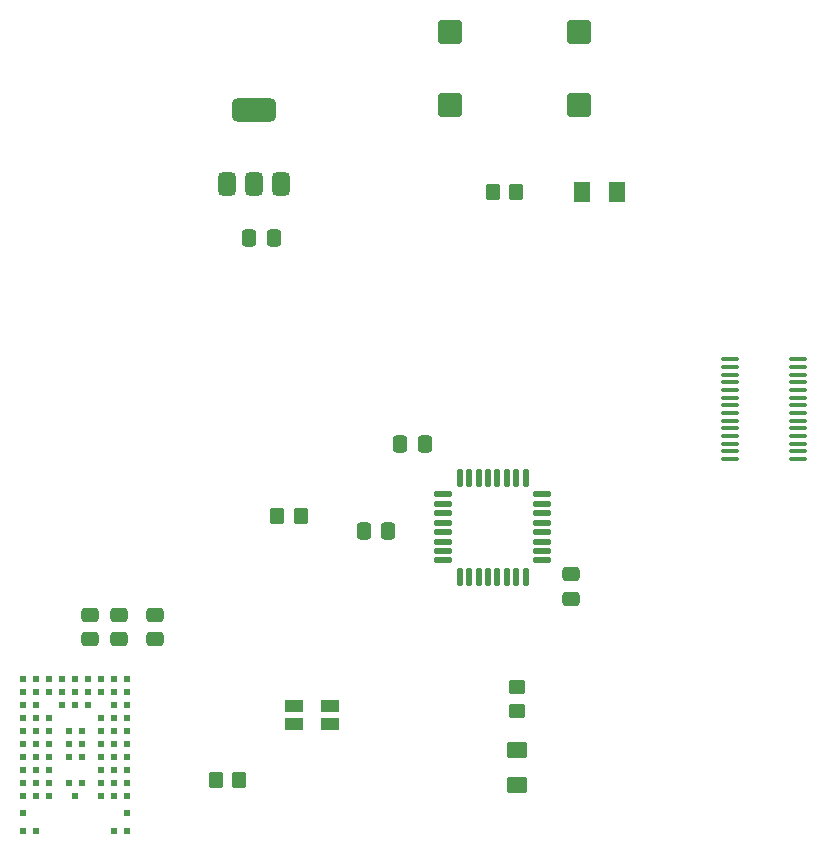
<source format=gbr>
%TF.GenerationSoftware,KiCad,Pcbnew,9.0.4*%
%TF.CreationDate,2025-10-22T08:48:54-05:00*%
%TF.ProjectId,MotorControl,4d6f746f-7243-46f6-9e74-726f6c2e6b69,rev?*%
%TF.SameCoordinates,Original*%
%TF.FileFunction,Paste,Top*%
%TF.FilePolarity,Positive*%
%FSLAX46Y46*%
G04 Gerber Fmt 4.6, Leading zero omitted, Abs format (unit mm)*
G04 Created by KiCad (PCBNEW 9.0.4) date 2025-10-22 08:48:54*
%MOMM*%
%LPD*%
G01*
G04 APERTURE LIST*
G04 Aperture macros list*
%AMRoundRect*
0 Rectangle with rounded corners*
0 $1 Rounding radius*
0 $2 $3 $4 $5 $6 $7 $8 $9 X,Y pos of 4 corners*
0 Add a 4 corners polygon primitive as box body*
4,1,4,$2,$3,$4,$5,$6,$7,$8,$9,$2,$3,0*
0 Add four circle primitives for the rounded corners*
1,1,$1+$1,$2,$3*
1,1,$1+$1,$4,$5*
1,1,$1+$1,$6,$7*
1,1,$1+$1,$8,$9*
0 Add four rect primitives between the rounded corners*
20,1,$1+$1,$2,$3,$4,$5,0*
20,1,$1+$1,$4,$5,$6,$7,0*
20,1,$1+$1,$6,$7,$8,$9,0*
20,1,$1+$1,$8,$9,$2,$3,0*%
G04 Aperture macros list end*
%ADD10RoundRect,0.250000X-0.475000X0.337500X-0.475000X-0.337500X0.475000X-0.337500X0.475000X0.337500X0*%
%ADD11RoundRect,0.250001X0.462499X0.624999X-0.462499X0.624999X-0.462499X-0.624999X0.462499X-0.624999X0*%
%ADD12R,1.500000X1.100000*%
%ADD13RoundRect,0.375000X0.375000X-0.625000X0.375000X0.625000X-0.375000X0.625000X-0.375000X-0.625000X0*%
%ADD14RoundRect,0.500000X1.400000X-0.500000X1.400000X0.500000X-1.400000X0.500000X-1.400000X-0.500000X0*%
%ADD15RoundRect,0.250000X0.337500X0.475000X-0.337500X0.475000X-0.337500X-0.475000X0.337500X-0.475000X0*%
%ADD16RoundRect,0.250000X0.750000X0.750000X-0.750000X0.750000X-0.750000X-0.750000X0.750000X-0.750000X0*%
%ADD17RoundRect,0.250000X0.475000X-0.337500X0.475000X0.337500X-0.475000X0.337500X-0.475000X-0.337500X0*%
%ADD18RoundRect,0.250001X0.624999X-0.462499X0.624999X0.462499X-0.624999X0.462499X-0.624999X-0.462499X0*%
%ADD19RoundRect,0.100000X0.637500X0.100000X-0.637500X0.100000X-0.637500X-0.100000X0.637500X-0.100000X0*%
%ADD20RoundRect,0.250000X0.450000X-0.350000X0.450000X0.350000X-0.450000X0.350000X-0.450000X-0.350000X0*%
%ADD21R,0.600000X0.600000*%
%ADD22RoundRect,0.250000X-0.350000X-0.450000X0.350000X-0.450000X0.350000X0.450000X-0.350000X0.450000X0*%
%ADD23RoundRect,0.250000X0.350000X0.450000X-0.350000X0.450000X-0.350000X-0.450000X0.350000X-0.450000X0*%
%ADD24RoundRect,0.250000X-0.337500X-0.475000X0.337500X-0.475000X0.337500X0.475000X-0.337500X0.475000X0*%
%ADD25RoundRect,0.125000X-0.625000X-0.125000X0.625000X-0.125000X0.625000X0.125000X-0.625000X0.125000X0*%
%ADD26RoundRect,0.125000X-0.125000X-0.625000X0.125000X-0.625000X0.125000X0.625000X-0.125000X0.625000X0*%
G04 APERTURE END LIST*
D10*
%TO.C,C7*%
X89000000Y-94962500D03*
X89000000Y-97037500D03*
%TD*%
D11*
%TO.C,D3*%
X131185000Y-59200000D03*
X128210000Y-59200000D03*
%TD*%
D12*
%TO.C,D1*%
X106817500Y-104220000D03*
X103817500Y-104220000D03*
X103817500Y-102720000D03*
X106817500Y-102720000D03*
%TD*%
D13*
%TO.C,U3*%
X98118300Y-58547400D03*
X100418300Y-58547400D03*
D14*
X100418300Y-52247400D03*
D13*
X102718300Y-58547400D03*
%TD*%
D15*
%TO.C,C3*%
X102083300Y-63068200D03*
X100008300Y-63068200D03*
%TD*%
D16*
%TO.C,J8*%
X127975000Y-51800000D03*
X127975000Y-45650000D03*
X116975000Y-45650000D03*
X116975000Y-51800000D03*
%TD*%
D17*
%TO.C,C5*%
X86500000Y-97037500D03*
X86500000Y-94962500D03*
%TD*%
D18*
%TO.C,D2*%
X122682000Y-109437500D03*
X122682000Y-106462500D03*
%TD*%
D19*
%TO.C,U1*%
X146475000Y-81800000D03*
X146475000Y-81150000D03*
X146475000Y-80500000D03*
X146475000Y-79850000D03*
X146475000Y-79200000D03*
X146475000Y-78550000D03*
X146475000Y-77900000D03*
X146475000Y-77250000D03*
X146475000Y-76600000D03*
X146475000Y-75950000D03*
X146475000Y-75300000D03*
X146475000Y-74650000D03*
X146475000Y-74000000D03*
X146475000Y-73350000D03*
X140750000Y-73350000D03*
X140750000Y-74000000D03*
X140750000Y-74650000D03*
X140750000Y-75300000D03*
X140750000Y-75950000D03*
X140750000Y-76600000D03*
X140750000Y-77250000D03*
X140750000Y-77900000D03*
X140750000Y-78550000D03*
X140750000Y-79200000D03*
X140750000Y-79850000D03*
X140750000Y-80500000D03*
X140750000Y-81150000D03*
X140750000Y-81800000D03*
%TD*%
D17*
%TO.C,C6*%
X92000000Y-97037500D03*
X92000000Y-94962500D03*
%TD*%
D20*
%TO.C,R1*%
X122682000Y-103092000D03*
X122682000Y-101092000D03*
%TD*%
D21*
%TO.C,U2*%
X80883400Y-100400000D03*
X81983400Y-100400000D03*
X83083400Y-100400000D03*
X84183400Y-100400000D03*
X85283400Y-100400000D03*
X86383400Y-100400000D03*
X87483400Y-100400000D03*
X88583400Y-100400000D03*
X89683400Y-100400000D03*
X80883400Y-101500000D03*
X81983400Y-101500000D03*
X83083400Y-101500000D03*
X84183400Y-101500000D03*
X85283400Y-101500000D03*
X86383400Y-101500000D03*
X87483400Y-101500000D03*
X88583400Y-101500000D03*
X89683400Y-101500000D03*
X80883400Y-102600000D03*
X81983400Y-102600000D03*
X84183400Y-102600000D03*
X85283400Y-102600000D03*
X86383400Y-102600000D03*
X88583400Y-102600000D03*
X89683400Y-102600000D03*
X80883400Y-103700000D03*
X81983400Y-103700000D03*
X83083400Y-103700000D03*
X87483400Y-103700000D03*
X88583400Y-103700000D03*
X89683400Y-103700000D03*
X80883400Y-104800000D03*
X81983400Y-104800000D03*
X83083400Y-104800000D03*
X84733400Y-104800000D03*
X85833400Y-104800000D03*
X87483400Y-104800000D03*
X88583400Y-104800000D03*
X89683400Y-104800000D03*
X80883400Y-105900000D03*
X81983400Y-105900000D03*
X83083400Y-105900000D03*
X84733400Y-105900000D03*
X85833400Y-105900000D03*
X87483400Y-105900000D03*
X88583400Y-105900000D03*
X89683400Y-105900000D03*
X80883400Y-107000000D03*
X81983400Y-107000000D03*
X83083400Y-107000000D03*
X84733400Y-107000000D03*
X85833400Y-107000000D03*
X87483400Y-107000000D03*
X88583400Y-107000000D03*
X89683400Y-107000000D03*
X80883400Y-108100000D03*
X81983400Y-108100000D03*
X83083400Y-108100000D03*
X87483400Y-108100000D03*
X88583400Y-108100000D03*
X89683400Y-108100000D03*
X80883400Y-109200000D03*
X81983400Y-109200000D03*
X83083400Y-109200000D03*
X84733400Y-109200000D03*
X85833400Y-109200000D03*
X87483400Y-109200000D03*
X88583400Y-109200000D03*
X89683400Y-109200000D03*
X80883400Y-110300000D03*
X81983400Y-110300000D03*
X83083400Y-110300000D03*
X85283400Y-110300000D03*
X87483400Y-110300000D03*
X88583400Y-110300000D03*
X89683400Y-110300000D03*
X80883400Y-111800000D03*
X89683400Y-111800000D03*
X80883400Y-113300000D03*
X81983400Y-113300000D03*
X88583400Y-113300000D03*
X89683400Y-113300000D03*
%TD*%
D22*
%TO.C,R4*%
X120631400Y-59200000D03*
X122631400Y-59200000D03*
%TD*%
D10*
%TO.C,C1*%
X127254000Y-91553000D03*
X127254000Y-93628000D03*
%TD*%
D23*
%TO.C,R2*%
X99180000Y-108980000D03*
X97180000Y-108980000D03*
%TD*%
D24*
%TO.C,C4*%
X112812800Y-80518000D03*
X114887800Y-80518000D03*
%TD*%
D25*
%TO.C,U4*%
X116455600Y-84788600D03*
X116455600Y-85588600D03*
X116455600Y-86388600D03*
X116455600Y-87188600D03*
X116455600Y-87988600D03*
X116455600Y-88788600D03*
X116455600Y-89588600D03*
X116455600Y-90388600D03*
D26*
X117830600Y-91763600D03*
X118630600Y-91763600D03*
X119430600Y-91763600D03*
X120230600Y-91763600D03*
X121030600Y-91763600D03*
X121830600Y-91763600D03*
X122630600Y-91763600D03*
X123430600Y-91763600D03*
D25*
X124805600Y-90388600D03*
X124805600Y-89588600D03*
X124805600Y-88788600D03*
X124805600Y-87988600D03*
X124805600Y-87188600D03*
X124805600Y-86388600D03*
X124805600Y-85588600D03*
X124805600Y-84788600D03*
D26*
X123430600Y-83413600D03*
X122630600Y-83413600D03*
X121830600Y-83413600D03*
X121030600Y-83413600D03*
X120230600Y-83413600D03*
X119430600Y-83413600D03*
X118630600Y-83413600D03*
X117830600Y-83413600D03*
%TD*%
D15*
%TO.C,C2*%
X111781500Y-87884000D03*
X109706500Y-87884000D03*
%TD*%
D22*
%TO.C,R3*%
X102394000Y-86614000D03*
X104394000Y-86614000D03*
%TD*%
M02*

</source>
